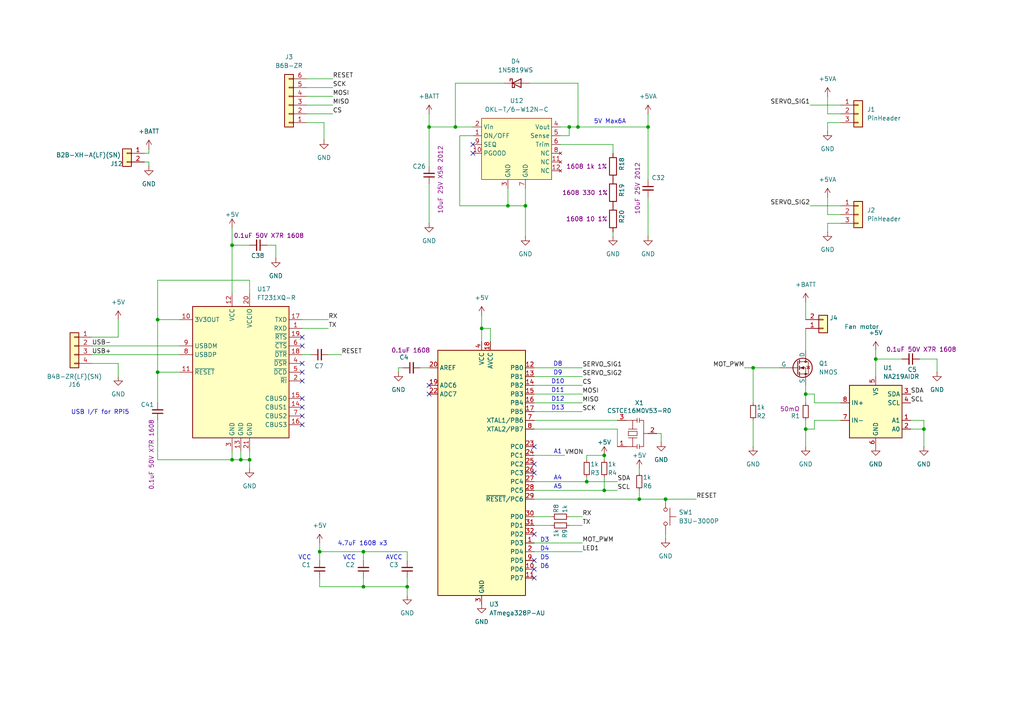
<source format=kicad_sch>
(kicad_sch (version 20250114) (generator "eeschema") (generator_version "9.0")
  (paper "A4")
  (lib_symbols
    (symbol "Ceralock:CSTCE"
      (property "Reference" "X" (at 0 -8.636 0))
      (symbol "CSTCE_0_1"
        (polyline (pts (xy -4.445 0.635) (xy -3.175 0.635)))
        (polyline (pts (xy -3.81 3.81) (xy -3.81 1.905) (xy -1.27 1.905)))
        (polyline (pts (xy -3.81 1.905) (xy -3.81 0.635)))
        (polyline (pts (xy -3.81 0) (xy -3.81 -1.27) (xy 3.81 -1.27) (xy 3.81 0)))
        (polyline (pts (xy -3.175 0) (xy -4.445 0)))
        (rectangle (start -1.27 3.175) (end -1.27 0.635))
        (rectangle (start -0.635 3.175) (end 0.635 0.635))
        (polyline (pts (xy 0 -2.54) (xy 0 -1.27)))
        (polyline (pts (xy 1.27 1.905) (xy 3.81 1.905) (xy 3.81 3.81)))
        (rectangle (start 1.27 0.635) (end 1.27 3.175))
        (polyline (pts (xy 3.175 0.635) (xy 4.445 0.635)))
        (polyline (pts (xy 3.81 0.635) (xy 3.81 1.905)))
        (polyline (pts (xy 4.445 0) (xy 3.175 0)))
      )
      (symbol "CSTCE_1_1"
        (pin input line (at -3.81 6.35 270) (length 2.54) (name "") (number "1"))
        (pin power_in line (at 0 -5.08 90) (length 2.54) (name "") (number "2"))
        (pin output line (at 3.81 6.35 270) (length 2.54) (name "") (number "3"))
      )
    )
    (symbol "Connector_Generic:Conn_01x02" (pin_names (offset 1.016) (hide yes))
      (property "Reference" "J" (at 0 2.54 0))
      (property "Value" "Conn_01x02" (at 0 -5.08 0))
      (symbol "Conn_01x02_1_1"
        (rectangle (start -1.27 1.27) (end 1.27 -3.81) (stroke (width 0.254)) (fill (type background)))
        (rectangle (start -1.27 0.127) (end 0 -0.127) (stroke (width 0.1524)))
        (rectangle (start -1.27 -2.413) (end 0 -2.667) (stroke (width 0.1524)))
        (pin passive line (at -5.08 0 0) (length 3.81) (name "Pin_1") (number "1"))
        (pin passive line (at -5.08 -2.54 0) (length 3.81) (name "Pin_2") (number "2"))
      )
    )
    (symbol "Connector_Generic:Conn_01x03" (pin_names (offset 1.016) (hide yes))
      (property "Reference" "J" (at 0 5.08 0))
      (property "Value" "Conn_01x03" (at 0 -5.08 0))
      (symbol "Conn_01x03_1_1"
        (rectangle (start -1.27 3.81) (end 1.27 -3.81) (stroke (width 0.254)) (fill (type background)))
        (rectangle (start -1.27 2.667) (end 0 2.413) (stroke (width 0.1524)))
        (rectangle (start -1.27 0.127) (end 0 -0.127) (stroke (width 0.1524)))
        (rectangle (start -1.27 -2.413) (end 0 -2.667) (stroke (width 0.1524)))
        (pin passive line (at -5.08 2.54 0) (length 3.81) (name "Pin_1") (number "1"))
        (pin passive line (at -5.08 0 0) (length 3.81) (name "Pin_2") (number "2"))
        (pin passive line (at -5.08 -2.54 0) (length 3.81) (name "Pin_3") (number "3"))
      )
    )
    (symbol "Connector_Generic:Conn_01x04" (pin_names (offset 1.016) (hide yes))
      (property "Reference" "J" (at 0 5.08 0))
      (property "Value" "Conn_01x04" (at 0 -7.62 0))
      (symbol "Conn_01x04_1_1"
        (rectangle (start -1.27 3.81) (end 1.27 -6.35) (stroke (width 0.254)) (fill (type background)))
        (rectangle (start -1.27 2.667) (end 0 2.413) (stroke (width 0.1524)))
        (rectangle (start -1.27 0.127) (end 0 -0.127) (stroke (width 0.1524)))
        (rectangle (start -1.27 -2.413) (end 0 -2.667) (stroke (width 0.1524)))
        (rectangle (start -1.27 -4.953) (end 0 -5.207) (stroke (width 0.1524)))
        (pin passive line (at -5.08 2.54 0) (length 3.81) (name "Pin_1") (number "1"))
        (pin passive line (at -5.08 0 0) (length 3.81) (name "Pin_2") (number "2"))
        (pin passive line (at -5.08 -2.54 0) (length 3.81) (name "Pin_3") (number "3"))
        (pin passive line (at -5.08 -5.08 0) (length 3.81) (name "Pin_4") (number "4"))
      )
    )
    (symbol "Connector_Generic:Conn_01x06" (pin_names (offset 1.016) (hide yes))
      (property "Reference" "J" (at 0 7.62 0))
      (property "Value" "Conn_01x06" (at 0 -10.16 0))
      (symbol "Conn_01x06_1_1"
        (rectangle (start -1.27 6.35) (end 1.27 -8.89) (stroke (width 0.254)) (fill (type background)))
        (rectangle (start -1.27 5.207) (end 0 4.953) (stroke (width 0.1524)))
        (rectangle (start -1.27 2.667) (end 0 2.413) (stroke (width 0.1524)))
        (rectangle (start -1.27 0.127) (end 0 -0.127) (stroke (width 0.1524)))
        (rectangle (start -1.27 -2.413) (end 0 -2.667) (stroke (width 0.1524)))
        (rectangle (start -1.27 -4.953) (end 0 -5.207) (stroke (width 0.1524)))
        (rectangle (start -1.27 -7.493) (end 0 -7.747) (stroke (width 0.1524)))
        (pin passive line (at -5.08 5.08 0) (length 3.81) (name "Pin_1") (number "1"))
        (pin passive line (at -5.08 2.54 0) (length 3.81) (name "Pin_2") (number "2"))
        (pin passive line (at -5.08 0 0) (length 3.81) (name "Pin_3") (number "3"))
        (pin passive line (at -5.08 -2.54 0) (length 3.81) (name "Pin_4") (number "4"))
        (pin passive line (at -5.08 -5.08 0) (length 3.81) (name "Pin_5") (number "5"))
        (pin passive line (at -5.08 -7.62 0) (length 3.81) (name "Pin_6") (number "6"))
      )
    )
    (symbol "Device:C_Small" (pin_numbers (hide yes)) (pin_names (offset 0.254) (hide yes))
      (property "Reference" "C" (at 0.254 1.778 0))
      (property "Value" "C_Small" (at 0.254 -2.032 0))
      (symbol "C_Small_0_1"
        (polyline (pts (xy -1.524 0.508) (xy 1.524 0.508)) (stroke (width 0.3048)))
        (polyline (pts (xy -1.524 -0.508) (xy 1.524 -0.508)) (stroke (width 0.3302)))
      )
      (symbol "C_Small_1_1"
        (pin passive line (at 0 2.54 270) (length 2.032) (name "~") (number "1"))
        (pin passive line (at 0 -2.54 90) (length 2.032) (name "~") (number "2"))
      )
    )
    (symbol "Device:D_Schottky" (pin_numbers (hide yes)) (pin_names (offset 1.016) (hide yes))
      (property "Reference" "D" (at 0 2.54 0))
      (property "Value" "D_Schottky" (at 0 -2.54 0))
      (symbol "D_Schottky_0_1"
        (polyline (pts (xy -1.905 0.635) (xy -1.905 1.27) (xy -1.27 1.27) (xy -1.27 -1.27) (xy -0.635 -1.27) (xy -0.635 -0.635)) (stroke (width 0.254)))
        (polyline (pts (xy 1.27 1.27) (xy 1.27 -1.27) (xy -1.27 0) (xy 1.27 1.27)) (stroke (width 0.254)))
        (polyline (pts (xy 1.27 0) (xy -1.27 0)))
      )
      (symbol "D_Schottky_1_1"
        (pin passive line (at -3.81 0 0) (length 2.54) (name "K") (number "1"))
        (pin passive line (at 3.81 0 180) (length 2.54) (name "A") (number "2"))
      )
    )
    (symbol "Device:R" (pin_numbers (hide yes)) (pin_names (offset 0))
      (property "Reference" "R" (at 2.032 0 90))
      (property "Value" "R" (at 0 0 90))
      (symbol "R_0_1"
        (rectangle (start -1.016 -2.54) (end 1.016 2.54) (stroke (width 0.254)))
      )
      (symbol "R_1_1"
        (pin passive line (at 0 3.81 270) (length 1.27) (name "~") (number "1"))
        (pin passive line (at 0 -3.81 90) (length 1.27) (name "~") (number "2"))
      )
    )
    (symbol "Device:R_Small" (pin_numbers (hide yes)) (pin_names (offset 0.254) (hide yes))
      (property "Reference" "R" (at 0.762 0.508 0))
      (property "Value" "R_Small" (at 0.762 -1.016 0))
      (symbol "R_Small_0_1"
        (rectangle (start -0.762 1.778) (end 0.762 -1.778) (stroke (width 0.2032)))
      )
      (symbol "R_Small_1_1"
        (pin passive line (at 0 2.54 270) (length 0.762) (name "~") (number "1"))
        (pin passive line (at 0 -2.54 90) (length 0.762) (name "~") (number "2"))
      )
    )
    (symbol "Interface_USB:FT231XQ"
      (property "Reference" "U" (at -13.97 20.32 0))
      (property "Value" "FT231XQ" (at 6.35 20.32 0))
      (symbol "FT231XQ_0_1"
        (rectangle (start -13.97 19.05) (end 13.97 -19.05) (stroke (width 0.254)) (fill (type background)))
      )
      (symbol "FT231XQ_1_1"
        (pin power_out line (at -17.78 15.24 0) (length 3.81) (name "3V3OUT") (number "10"))
        (pin bidirectional line (at -17.78 7.62 0) (length 3.81) (name "USBDM") (number "9"))
        (pin bidirectional line (at -17.78 5.08 0) (length 3.81) (name "USBDP") (number "8"))
        (pin input line (at -17.78 0 0) (length 3.81) (name "~{RESET}") (number "11"))
        (pin power_in line (at -2.54 22.86 270) (length 3.81) (name "VCC") (number "12"))
        (pin power_in line (at -2.54 -22.86 90) (length 3.81) (name "GND") (number "3"))
        (pin power_in line (at 0 -22.86 90) (length 3.81) (name "GND") (number "13"))
        (pin power_in line (at 2.54 22.86 270) (length 3.81) (name "VCCIO") (number "20"))
        (pin power_in line (at 2.54 -22.86 90) (length 3.81) (name "GND") (number "21"))
        (pin output line (at 17.78 15.24 180) (length 3.81) (name "TXD") (number "17"))
        (pin input line (at 17.78 12.7 180) (length 3.81) (name "RXD") (number "1"))
        (pin output line (at 17.78 10.16 180) (length 3.81) (name "~{RTS}") (number "19"))
        (pin input line (at 17.78 7.62 180) (length 3.81) (name "~{CTS}") (number "6"))
        (pin output line (at 17.78 5.08 180) (length 3.81) (name "~{DTR}") (number "18"))
        (pin input line (at 17.78 2.54 180) (length 3.81) (name "~{DSR}") (number "4"))
        (pin input line (at 17.78 0 180) (length 3.81) (name "~{DCD}") (number "5"))
        (pin input line (at 17.78 -2.54 180) (length 3.81) (name "~{RI}") (number "2"))
        (pin bidirectional line (at 17.78 -7.62 180) (length 3.81) (name "CBUS0") (number "15"))
        (pin bidirectional line (at 17.78 -10.16 180) (length 3.81) (name "CBUS1") (number "14"))
        (pin bidirectional line (at 17.78 -12.7 180) (length 3.81) (name "CBUS2") (number "7"))
        (pin bidirectional line (at 17.78 -15.24 180) (length 3.81) (name "CBUS3") (number "16"))
      )
    )
    (symbol "MCU_Microchip_ATmega:ATmega328P-A"
      (property "Reference" "U" (at -12.7 36.83 0))
      (property "Value" "ATmega328P-A" (at 2.54 -36.83 0))
      (symbol "ATmega328P-A_0_1"
        (rectangle (start -12.7 -35.56) (end 12.7 35.56) (stroke (width 0.254)) (fill (type background)))
      )
      (symbol "ATmega328P-A_1_1"
        (pin passive line (at -15.24 30.48 0) (length 2.54) (name "AREF") (number "20"))
        (pin input line (at -15.24 25.4 0) (length 2.54) (name "ADC6") (number "19"))
        (pin input line (at -15.24 22.86 0) (length 2.54) (name "ADC7") (number "22"))
        (pin power_in line (at 0 38.1 270) (length 2.54) (name "VCC") (number "4"))
        (pin passive line (at 0 38.1 270) (length 2.54) (hide yes) (name "VCC") (number "6"))
        (pin passive line (at 0 -38.1 90) (length 2.54) (hide yes) (name "GND") (number "21"))
        (pin power_in line (at 0 -38.1 90) (length 2.54) (name "GND") (number "3"))
        (pin passive line (at 0 -38.1 90) (length 2.54) (hide yes) (name "GND") (number "5"))
        (pin power_in line (at 2.54 38.1 270) (length 2.54) (name "AVCC") (number "18"))
        (pin bidirectional line (at 15.24 30.48 180) (length 2.54) (name "PB0") (number "12"))
        (pin bidirectional line (at 15.24 27.94 180) (length 2.54) (name "PB1") (number "13"))
        (pin bidirectional line (at 15.24 25.4 180) (length 2.54) (name "PB2") (number "14"))
        (pin bidirectional line (at 15.24 22.86 180) (length 2.54) (name "PB3") (number "15"))
        (pin bidirectional line (at 15.24 20.32 180) (length 2.54) (name "PB4") (number "16"))
        (pin bidirectional line (at 15.24 17.78 180) (length 2.54) (name "PB5") (number "17"))
        (pin bidirectional line (at 15.24 15.24 180) (length 2.54) (name "XTAL1/PB6") (number "7"))
        (pin bidirectional line (at 15.24 12.7 180) (length 2.54) (name "XTAL2/PB7") (number "8"))
        (pin bidirectional line (at 15.24 7.62 180) (length 2.54) (name "PC0") (number "23"))
        (pin bidirectional line (at 15.24 5.08 180) (length 2.54) (name "PC1") (number "24"))
        (pin bidirectional line (at 15.24 2.54 180) (length 2.54) (name "PC2") (number "25"))
        (pin bidirectional line (at 15.24 0 180) (length 2.54) (name "PC3") (number "26"))
        (pin bidirectional line (at 15.24 -2.54 180) (length 2.54) (name "PC4") (number "27"))
        (pin bidirectional line (at 15.24 -5.08 180) (length 2.54) (name "PC5") (number "28"))
        (pin bidirectional line (at 15.24 -7.62 180) (length 2.54) (name "~{RESET}/PC6") (number "29"))
        (pin bidirectional line (at 15.24 -12.7 180) (length 2.54) (name "PD0") (number "30"))
        (pin bidirectional line (at 15.24 -15.24 180) (length 2.54) (name "PD1") (number "31"))
        (pin bidirectional line (at 15.24 -17.78 180) (length 2.54) (name "PD2") (number "32"))
        (pin bidirectional line (at 15.24 -20.32 180) (length 2.54) (name "PD3") (number "1"))
        (pin bidirectional line (at 15.24 -22.86 180) (length 2.54) (name "PD4") (number "2"))
        (pin bidirectional line (at 15.24 -25.4 180) (length 2.54) (name "PD5") (number "9"))
        (pin bidirectional line (at 15.24 -27.94 180) (length 2.54) (name "PD6") (number "10"))
        (pin bidirectional line (at 15.24 -30.48 180) (length 2.54) (name "PD7") (number "11"))
      )
    )
    (symbol "Sensor_Energy:INA219AxD"
      (property "Reference" "U" (at -6.35 8.89 0))
      (property "Value" "INA219AxD" (at 5.08 8.89 0))
      (symbol "INA219AxD_0_1"
        (rectangle (start -7.62 7.62) (end 7.62 -7.62) (stroke (width 0.254)) (fill (type background)))
      )
      (symbol "INA219AxD_1_1"
        (pin input line (at -10.16 2.54 0) (length 2.54) (name "IN+") (number "8"))
        (pin input line (at -10.16 -2.54 0) (length 2.54) (name "IN-") (number "7"))
        (pin power_in line (at 0 10.16 270) (length 2.54) (name "VS") (number "5"))
        (pin power_in line (at 0 -10.16 90) (length 2.54) (name "GND") (number "6"))
        (pin bidirectional line (at 10.16 5.08 180) (length 2.54) (name "SDA") (number "3"))
        (pin input line (at 10.16 2.54 180) (length 2.54) (name "SCL") (number "4"))
        (pin input line (at 10.16 -2.54 180) (length 2.54) (name "A1") (number "1"))
        (pin input line (at 10.16 -5.08 180) (length 2.54) (name "A0") (number "2"))
      )
    )
    (symbol "Simulation_SPICE:NMOS" (pin_numbers (hide yes)) (pin_names (offset 0))
      (property "Reference" "Q" (at 5.08 1.27 0))
      (property "Value" "NMOS" (at 5.08 -1.27 0))
      (symbol "NMOS_0_1"
        (polyline (pts (xy 0.254 1.905) (xy 0.254 -1.905)) (stroke (width 0.254)))
        (polyline (pts (xy 0.254 0) (xy -2.54 0)))
        (polyline (pts (xy 0.762 2.286) (xy 0.762 1.27)) (stroke (width 0.254)))
        (polyline (pts (xy 0.762 0.508) (xy 0.762 -0.508)) (stroke (width 0.254)))
        (polyline (pts (xy 0.762 -1.27) (xy 0.762 -2.286)) (stroke (width 0.254)))
        (polyline (pts (xy 0.762 -1.778) (xy 3.302 -1.778) (xy 3.302 1.778) (xy 0.762 1.778)))
        (polyline (pts (xy 1.016 0) (xy 2.032 0.381) (xy 2.032 -0.381) (xy 1.016 0)) (fill (type outline)))
        (circle (center 1.651 0) (radius 2.794) (stroke (width 0.254)))
        (polyline (pts (xy 2.54 2.54) (xy 2.54 1.778)))
        (circle (center 2.54 1.778) (radius 0.254) (fill (type outline)))
        (circle (center 2.54 -1.778) (radius 0.254) (fill (type outline)))
        (polyline (pts (xy 2.54 -2.54) (xy 2.54 0) (xy 0.762 0)))
        (polyline (pts (xy 2.794 0.508) (xy 2.921 0.381) (xy 3.683 0.381) (xy 3.81 0.254)))
        (polyline (pts (xy 3.302 0.381) (xy 2.921 -0.254) (xy 3.683 -0.254) (xy 3.302 0.381)))
      )
      (symbol "NMOS_1_1"
        (pin input line (at -5.08 0 0) (length 2.54) (name "G") (number "2"))
        (pin passive line (at 2.54 5.08 270) (length 2.54) (name "D") (number "1"))
        (pin passive line (at 2.54 -5.08 90) (length 2.54) (name "S") (number "3"))
      )
    )
    (symbol "Switch:SW_Push" (pin_numbers (hide yes)) (pin_names (offset 1.016) (hide yes))
      (property "Reference" "SW" (at 1.27 2.54 0))
      (property "Value" "SW_Push" (at 0 -1.524 0))
      (symbol "SW_Push_0_1"
        (circle (center -2.032 0) (radius 0.508))
        (polyline (pts (xy 0 1.27) (xy 0 3.048)))
        (circle (center 2.032 0) (radius 0.508))
        (polyline (pts (xy 2.54 1.27) (xy -2.54 1.27)))
        (pin passive line (at -5.08 0 0) (length 2.54) (name "1") (number "1"))
        (pin passive line (at 5.08 0 180) (length 2.54) (name "2") (number "2"))
      )
    )
    (symbol "micromouse-twilight:OKL-T/6-W12N-C"
      (property "Reference" "U" (at 0 0 0))
      (symbol "OKL-T/6-W12N-C_1_1"
        (rectangle (start -10.16 5.08) (end 10.16 -12.7) (fill (type background)))
        (pin power_in line (at -12.7 2.54 0) (length 2.54) (name "Vin") (number "2"))
        (pin input line (at -12.7 0 0) (length 2.54) (name "ON/OFF") (number "1"))
        (pin input line (at -12.7 -2.54 0) (length 2.54) (name "SEQ") (number "9"))
        (pin output line (at -12.7 -5.08 0) (length 2.54) (name "PGOOD") (number "10"))
        (pin power_in line (at -2.54 -15.24 90) (length 2.54) (name "GND") (number "3"))
        (pin power_in line (at 2.54 -15.24 90) (length 2.54) (name "GND") (number "7"))
        (pin power_out line (at 12.7 2.54 180) (length 2.54) (name "Vout") (number "4"))
        (pin input line (at 12.7 0 180) (length 2.54) (name "Sense") (number "5"))
        (pin output line (at 12.7 -2.54 180) (length 2.54) (name "Trim") (number "6"))
        (pin no_connect line (at 12.7 -5.08 180) (length 2.54) (name "NC") (number "8"))
        (pin no_connect line (at 12.7 -7.62 180) (length 2.54) (name "NC") (number "11"))
        (pin no_connect line (at 12.7 -10.16 180) (length 2.54) (name "NC") (number "12"))
      )
    )
    (symbol "power:+5V" (power) (pin_numbers (hide yes)) (pin_names (offset 0) (hide yes))
      (property "Value" "+5V" (at 0 3.556 0))
      (symbol "+5V_0_1"
        (polyline (pts (xy -0.762 1.27) (xy 0 2.54)))
        (polyline (pts (xy 0 2.54) (xy 0.762 1.27)))
        (polyline (pts (xy 0 0) (xy 0 2.54)))
      )
      (symbol "+5V_1_1"
        (pin power_in line (at 0 0 90) (length 0) (name "~") (number "1"))
      )
    )
    (symbol "power:+5VA" (power) (pin_numbers (hide yes)) (pin_names (offset 0) (hide yes))
      (property "Value" "+5VA" (at 0 3.556 0))
      (symbol "+5VA_0_1"
        (polyline (pts (xy -0.762 1.27) (xy 0 2.54)))
        (polyline (pts (xy 0 2.54) (xy 0.762 1.27)))
        (polyline (pts (xy 0 0) (xy 0 2.54)))
      )
      (symbol "+5VA_1_1"
        (pin power_in line (at 0 0 90) (length 0) (name "~") (number "1"))
      )
    )
    (symbol "power:+BATT" (power) (pin_numbers (hide yes)) (pin_names (offset 0) (hide yes))
      (property "Value" "+BATT" (at 0 3.556 0))
      (symbol "+BATT_0_1"
        (polyline (pts (xy -0.762 1.27) (xy 0 2.54)))
        (polyline (pts (xy 0 2.54) (xy 0.762 1.27)))
        (polyline (pts (xy 0 0) (xy 0 2.54)))
      )
      (symbol "+BATT_1_1"
        (pin power_in line (at 0 0 90) (length 0) (name "~") (number "1"))
      )
    )
    (symbol "power:GND" (power) (pin_numbers (hide yes)) (pin_names (offset 0) (hide yes))
      (property "Value" "GND" (at 0 -3.81 0))
      (symbol "GND_0_1"
        (polyline (pts (xy 0 0) (xy 0 -1.27) (xy 1.27 -1.27) (xy 0 -2.54) (xy -1.27 -1.27) (xy 0 -1.27)))
      )
      (symbol "GND_1_1"
        (pin power_in line (at 0 0 270) (length 0) (name "~") (number "1"))
      )
    )
  )
  (text "AVCC" (at 114.3 161.798 0) (effects (font (size 1.27 1.27))))
  (text "D10" (at 161.798 110.744 0) (effects (font (size 1.27 1.27))))
  (text "VCC" (at 101.346 161.798 0) (effects (font (size 1.27 1.27))))
  (text "D8\n" (at 161.798 105.664 0) (effects (font (size 1.27 1.27))))
  (text "4.7uF 1608 x3" (at 105.156 157.734 0) (effects (font (size 1.27 1.27))))
  (text "5V Max6A" (at 172.212 36.068 0) (effects (font (size 1.27 1.27)) (justify left bottom)))
  (text "USB I/F for RPi5\n" (at 20.574 120.396 0) (effects (font (size 1.27 1.27)) (justify left bottom)))
  (text "D6" (at 157.988 164.338 0) (effects (font (size 1.27 1.27))))
  (text "A4" (at 161.798 138.684 0) (effects (font (size 1.27 1.27))))
  (text "D13" (at 161.798 118.364 0) (effects (font (size 1.27 1.27))))
  (text "D4" (at 157.988 159.258 0) (effects (font (size 1.27 1.27))))
  (text "D9" (at 161.798 108.204 0) (effects (font (size 1.27 1.27))))
  (text "D3" (at 157.988 156.718 0) (effects (font (size 1.27 1.27))))
  (text "D12" (at 161.798 115.824 0) (effects (font (size 1.27 1.27))))
  (text "VCC" (at 88.392 161.798 0) (effects (font (size 1.27 1.27))))
  (text "D5" (at 157.988 161.798 0) (effects (font (size 1.27 1.27))))
  (text "A5" (at 161.798 141.224 0) (effects (font (size 1.27 1.27))))
  (text "D11" (at 161.798 113.284 0) (effects (font (size 1.27 1.27))))
  (text "A1" (at 161.798 131.064 0) (effects (font (size 1.27 1.27))))
  (junction (at 187.96 36.83))
  (junction (at 45.72 107.95))
  (junction (at 233.68 114.3))
  (junction (at 105.41 160.02))
  (junction (at 124.46 36.83))
  (junction (at 67.31 71.12))
  (junction (at 152.4 59.69))
  (junction (at 165.1 36.83))
  (junction (at 218.44 106.68))
  (junction (at 175.26 142.24))
  (junction (at 105.41 170.18))
  (junction (at 132.08 36.83))
  (junction (at 167.64 36.83))
  (junction (at 69.85 133.35))
  (junction (at 92.71 160.02))
  (junction (at 118.11 170.18))
  (junction (at 72.39 133.35))
  (junction (at 267.97 124.46))
  (junction (at 175.26 132.08))
  (junction (at 185.42 144.78))
  (junction (at 139.7 95.25))
  (junction (at 147.32 59.69))
  (junction (at 170.18 139.7))
  (junction (at 67.31 133.35))
  (junction (at 254 104.14))
  (junction (at 193.04 144.78))
  (junction (at 233.68 124.46))
  (junction (at 45.72 92.71))
  (no_connect (at 154.94 165.1))
  (no_connect (at 137.16 44.45))
  (no_connect (at 87.63 110.49))
  (no_connect (at 87.63 123.19))
  (no_connect (at 154.94 167.64))
  (no_connect (at 154.94 162.56))
  (no_connect (at 154.94 154.94))
  (no_connect (at 87.63 97.79))
  (no_connect (at 87.63 118.11))
  (no_connect (at 87.63 105.41))
  (no_connect (at 154.94 129.54))
  (no_connect (at 87.63 100.33))
  (no_connect (at 124.46 114.3))
  (no_connect (at 87.63 107.95))
  (no_connect (at 154.94 137.16))
  (no_connect (at 87.63 115.57))
  (no_connect (at 137.16 41.91))
  (no_connect (at 154.94 134.62))
  (no_connect (at 87.63 120.65))
  (no_connect (at 124.46 111.76))
  (wire (pts (xy 26.67 102.87) (xy 52.07 102.87)))
  (wire (pts (xy 34.29 97.79) (xy 26.67 97.79)))
  (wire (pts (xy 233.68 111.76) (xy 233.68 114.3)))
  (wire (pts (xy 152.4 54.61) (xy 152.4 59.69)))
  (wire (pts (xy 72.39 133.35) (xy 69.85 133.35)))
  (wire (pts (xy 267.97 124.46) (xy 267.97 129.54)))
  (wire (pts (xy 34.29 109.22) (xy 34.29 105.41)))
  (wire (pts (xy 72.39 85.09) (xy 72.39 81.28)))
  (wire (pts (xy 124.46 33.02) (xy 124.46 36.83)))
  (wire (pts (xy 105.41 167.64) (xy 105.41 170.18)))
  (wire (pts (xy 92.71 170.18) (xy 105.41 170.18)))
  (wire (pts (xy 133.35 59.69) (xy 147.32 59.69)))
  (wire (pts (xy 147.32 59.69) (xy 147.32 54.61)))
  (wire (pts (xy 93.98 35.56) (xy 88.9 35.56)))
  (wire (pts (xy 165.1 39.37) (xy 165.1 36.83)))
  (wire (pts (xy 236.22 124.46) (xy 236.22 121.92)))
  (wire (pts (xy 34.29 92.71) (xy 34.29 97.79)))
  (wire (pts (xy 67.31 71.12) (xy 72.39 71.12)))
  (wire (pts (xy 170.18 133.35) (xy 170.18 132.08)))
  (wire (pts (xy 233.68 114.3) (xy 233.68 116.84)))
  (wire (pts (xy 105.41 160.02) (xy 105.41 162.56)))
  (wire (pts (xy 52.07 107.95) (xy 45.72 107.95)))
  (wire (pts (xy 45.72 92.71) (xy 45.72 107.95)))
  (wire (pts (xy 154.94 144.78) (xy 185.42 144.78)))
  (wire (pts (xy 165.1 36.83) (xy 167.64 36.83)))
  (wire (pts (xy 99.06 102.87) (xy 95.25 102.87)))
  (wire (pts (xy 185.42 144.78) (xy 193.04 144.78)))
  (wire (pts (xy 234.95 30.48) (xy 243.84 30.48)))
  (wire (pts (xy 92.71 160.02) (xy 105.41 160.02)))
  (wire (pts (xy 132.08 36.83) (xy 132.08 24.13)))
  (wire (pts (xy 264.16 121.92) (xy 267.97 121.92)))
  (wire (pts (xy 154.94 119.38) (xy 168.91 119.38)))
  (wire (pts (xy 72.39 130.81) (xy 72.39 133.35)))
  (wire (pts (xy 170.18 132.08) (xy 175.26 132.08)))
  (wire (pts (xy 170.18 138.43) (xy 170.18 139.7)))
  (wire (pts (xy 67.31 133.35) (xy 45.72 133.35)))
  (wire (pts (xy 142.24 95.25) (xy 142.24 99.06)))
  (wire (pts (xy 139.7 95.25) (xy 139.7 99.06)))
  (wire (pts (xy 154.94 152.4) (xy 160.02 152.4)))
  (wire (pts (xy 139.7 91.44) (xy 139.7 95.25)))
  (wire (pts (xy 165.1 152.4) (xy 168.91 152.4)))
  (wire (pts (xy 264.16 124.46) (xy 267.97 124.46)))
  (wire (pts (xy 254 104.14) (xy 254 109.22)))
  (wire (pts (xy 137.16 39.37) (xy 133.35 39.37)))
  (wire (pts (xy 165.1 36.83) (xy 162.56 36.83)))
  (wire (pts (xy 162.56 39.37) (xy 165.1 39.37)))
  (wire (pts (xy 118.11 170.18) (xy 118.11 172.72)))
  (wire (pts (xy 88.9 25.4) (xy 96.52 25.4)))
  (wire (pts (xy 115.57 106.68) (xy 116.84 106.68)))
  (wire (pts (xy 67.31 130.81) (xy 67.31 133.35)))
  (wire (pts (xy 45.72 92.71) (xy 52.07 92.71)))
  (wire (pts (xy 240.03 57.15) (xy 240.03 62.23)))
  (wire (pts (xy 132.08 36.83) (xy 137.16 36.83)))
  (wire (pts (xy 170.18 139.7) (xy 179.07 139.7)))
  (wire (pts (xy 45.72 121.92) (xy 45.72 133.35)))
  (wire (pts (xy 132.08 24.13) (xy 146.05 24.13)))
  (wire (pts (xy 154.94 139.7) (xy 170.18 139.7)))
  (wire (pts (xy 133.35 39.37) (xy 133.35 59.69)))
  (wire (pts (xy 218.44 106.68) (xy 226.06 106.68)))
  (wire (pts (xy 187.96 36.83) (xy 187.96 52.07)))
  (wire (pts (xy 67.31 71.12) (xy 67.31 85.09)))
  (wire (pts (xy 254 104.14) (xy 261.62 104.14)))
  (wire (pts (xy 115.57 107.95) (xy 115.57 106.68)))
  (wire (pts (xy 152.4 59.69) (xy 152.4 68.58)))
  (wire (pts (xy 34.29 105.41) (xy 26.67 105.41)))
  (wire (pts (xy 132.08 36.83) (xy 124.46 36.83)))
  (wire (pts (xy 43.18 43.18) (xy 43.18 44.45)))
  (wire (pts (xy 177.8 41.91) (xy 162.56 41.91)))
  (wire (pts (xy 218.44 116.84) (xy 218.44 106.68)))
  (wire (pts (xy 69.85 130.81) (xy 69.85 133.35)))
  (wire (pts (xy 233.68 124.46) (xy 233.68 121.92)))
  (wire (pts (xy 154.94 149.86) (xy 160.02 149.86)))
  (wire (pts (xy 233.68 124.46) (xy 236.22 124.46)))
  (wire (pts (xy 92.71 167.64) (xy 92.71 170.18)))
  (wire (pts (xy 175.26 138.43) (xy 175.26 142.24)))
  (wire (pts (xy 93.98 40.64) (xy 93.98 35.56)))
  (wire (pts (xy 179.07 121.92) (xy 154.94 121.92)))
  (wire (pts (xy 154.94 106.68) (xy 168.91 106.68)))
  (wire (pts (xy 175.26 132.08) (xy 175.26 133.35)))
  (wire (pts (xy 92.71 160.02) (xy 92.71 162.56)))
  (wire (pts (xy 240.03 38.1) (xy 240.03 35.56)))
  (wire (pts (xy 236.22 116.84) (xy 243.84 116.84)))
  (wire (pts (xy 215.9 106.68) (xy 218.44 106.68)))
  (wire (pts (xy 105.41 160.02) (xy 118.11 160.02)))
  (wire (pts (xy 233.68 124.46) (xy 233.68 129.54)))
  (wire (pts (xy 187.96 57.15) (xy 187.96 68.58)))
  (wire (pts (xy 177.8 67.31) (xy 177.8 68.58)))
  (wire (pts (xy 191.77 125.73) (xy 191.77 128.27)))
  (wire (pts (xy 43.18 48.26) (xy 43.18 46.99)))
  (wire (pts (xy 26.67 100.33) (xy 52.07 100.33)))
  (wire (pts (xy 88.9 33.02) (xy 96.52 33.02)))
  (wire (pts (xy 154.94 109.22) (xy 168.91 109.22)))
  (wire (pts (xy 190.5 125.73) (xy 191.77 125.73)))
  (wire (pts (xy 154.94 160.02) (xy 168.91 160.02)))
  (wire (pts (xy 179.07 124.46) (xy 179.07 129.54)))
  (wire (pts (xy 240.03 27.94) (xy 240.03 33.02)))
  (wire (pts (xy 240.03 67.31) (xy 240.03 64.77)))
  (wire (pts (xy 154.94 142.24) (xy 175.26 142.24)))
  (wire (pts (xy 92.71 157.48) (xy 92.71 160.02)))
  (wire (pts (xy 69.85 133.35) (xy 67.31 133.35)))
  (wire (pts (xy 88.9 30.48) (xy 96.52 30.48)))
  (wire (pts (xy 72.39 133.35) (xy 72.39 135.89)))
  (wire (pts (xy 77.47 71.12) (xy 80.01 71.12)))
  (wire (pts (xy 154.94 132.08) (xy 163.83 132.08)))
  (wire (pts (xy 88.9 27.94) (xy 96.52 27.94)))
  (wire (pts (xy 185.42 135.89) (xy 185.42 137.16)))
  (wire (pts (xy 233.68 95.25) (xy 233.68 101.6)))
  (wire (pts (xy 124.46 53.34) (xy 124.46 64.77)))
  (wire (pts (xy 88.9 22.86) (xy 96.52 22.86)))
  (wire (pts (xy 72.39 81.28) (xy 45.72 81.28)))
  (wire (pts (xy 233.68 114.3) (xy 236.22 114.3)))
  (wire (pts (xy 153.67 24.13) (xy 167.64 24.13)))
  (wire (pts (xy 154.94 111.76) (xy 168.91 111.76)))
  (wire (pts (xy 87.63 92.71) (xy 95.25 92.71)))
  (wire (pts (xy 154.94 116.84) (xy 168.91 116.84)))
  (wire (pts (xy 236.22 121.92) (xy 243.84 121.92)))
  (wire (pts (xy 175.26 142.24) (xy 179.07 142.24)))
  (wire (pts (xy 154.94 114.3) (xy 168.91 114.3)))
  (wire (pts (xy 218.44 121.92) (xy 218.44 129.54)))
  (wire (pts (xy 67.31 66.04) (xy 67.31 71.12)))
  (wire (pts (xy 240.03 64.77) (xy 243.84 64.77)))
  (wire (pts (xy 43.18 44.45) (xy 41.91 44.45)))
  (wire (pts (xy 154.94 157.48) (xy 168.91 157.48)))
  (wire (pts (xy 254 101.6) (xy 254 104.14)))
  (wire (pts (xy 167.64 36.83) (xy 187.96 36.83)))
  (wire (pts (xy 124.46 36.83) (xy 124.46 48.26)))
  (wire (pts (xy 121.92 106.68) (xy 124.46 106.68)))
  (wire (pts (xy 177.8 44.45) (xy 177.8 41.91)))
  (wire (pts (xy 43.18 46.99) (xy 41.91 46.99)))
  (wire (pts (xy 271.78 107.95) (xy 271.78 104.14)))
  (wire (pts (xy 105.41 170.18) (xy 118.11 170.18)))
  (wire (pts (xy 233.68 87.63) (xy 233.68 92.71)))
  (wire (pts (xy 185.42 142.24) (xy 185.42 144.78)))
  (wire (pts (xy 80.01 71.12) (xy 80.01 74.93)))
  (wire (pts (xy 193.04 144.78) (xy 201.93 144.78)))
  (wire (pts (xy 147.32 59.69) (xy 152.4 59.69)))
  (wire (pts (xy 118.11 160.02) (xy 118.11 162.56)))
  (wire (pts (xy 271.78 104.14) (xy 266.7 104.14)))
  (wire (pts (xy 193.04 154.94) (xy 193.04 156.21)))
  (wire (pts (xy 87.63 95.25) (xy 95.25 95.25)))
  (wire (pts (xy 240.03 35.56) (xy 243.84 35.56)))
  (wire (pts (xy 45.72 81.28) (xy 45.72 92.71)))
  (wire (pts (xy 165.1 149.86) (xy 168.91 149.86)))
  (wire (pts (xy 87.63 102.87) (xy 90.17 102.87)))
  (wire (pts (xy 267.97 121.92) (xy 267.97 124.46)))
  (wire (pts (xy 234.95 59.69) (xy 243.84 59.69)))
  (wire (pts (xy 118.11 170.18) (xy 118.11 167.64)))
  (wire (pts (xy 45.72 107.95) (xy 45.72 116.84)))
  (wire (pts (xy 154.94 124.46) (xy 179.07 124.46)))
  (wire (pts (xy 240.03 33.02) (xy 243.84 33.02)))
  (wire (pts (xy 139.7 95.25) (xy 142.24 95.25)))
  (wire (pts (xy 167.64 36.83) (xy 167.64 24.13)))
  (wire (pts (xy 240.03 62.23) (xy 243.84 62.23)))
  (wire (pts (xy 236.22 114.3) (xy 236.22 116.84)))
  (wire (pts (xy 187.96 33.02) (xy 187.96 36.83)))
  (label "MOSI" (at 168.91 114.3 0))
  (label "MOT_PWM" (at 168.91 157.48 0))
  (label "USB+" (at 26.67 102.87 0))
  (label "MOT_PWM" (at 215.9 106.68 180))
  (label "SCK" (at 168.91 119.38 0))
  (label "TX" (at 168.91 152.4 0))
  (label "RESET" (at 99.06 102.87 0))
  (label "SDA" (at 264.16 114.3 0))
  (label "MISO" (at 96.52 30.48 0))
  (label "RESET" (at 201.93 144.78 0))
  (label "SCK" (at 96.52 25.4 0))
  (label "RESET" (at 96.52 22.86 0))
  (label "CS" (at 168.91 111.76 0))
  (label "USB-" (at 26.67 100.33 0))
  (label "SERVO_SIG1" (at 168.91 106.68 0))
  (label "RX" (at 95.25 92.71 0))
  (label "SERVO_SIG2" (at 234.95 59.69 180))
  (label "VMON" (at 163.83 132.08 0))
  (label "SERVO_SIG2" (at 168.91 109.22 0))
  (label "TX" (at 95.25 95.25 0))
  (label "CS" (at 96.52 33.02 0))
  (label "SERVO_SIG1" (at 234.95 30.48 180))
  (label "SCL" (at 264.16 116.84 0))
  (label "SCL" (at 179.07 142.24 0))
  (label "LED1" (at 168.91 160.02 0))
  (label "MISO" (at 168.91 116.84 0))
  (label "SDA" (at 179.07 139.7 0))
  (label "MOSI" (at 96.52 27.94 0))
  (label "RX" (at 168.91 149.86 0))
  (symbol (lib_id "Device:C_Small") (at 124.46 50.8 180) (unit 1)
    (property "Reference" "C26" (at 119.634 48.26 0) (effects (justify right)))
    (property "Value" "CL21A106KAYNNNE" (effects (hide yes)))
    (property "Footprint" "Capacitor_SMD:C_0805_2012Metric" (effects (hide yes)))
    (property "Description" "10uF 25V X5R 2012" (at 127.762 52.07 90))
  )
  (symbol (lib_id "power:GND") (at 118.11 172.72 0) (unit 1)
    (property "Reference" "#PWR010" (effects (hide yes)))
    (property "Value" "GND" (at 118.11 177.8 0))
    (property "Description" "Power symbol creates a global label with name \"GND\" , ground" (effects (hide yes)))
  )
  (symbol (lib_id "Connector_Generic:Conn_01x02") (at 36.83 44.45 0) (mirror y) (unit 1)
    (property "Reference" "J12" (at 33.782 47.498 0))
    (property "Value" "B2B-XH-A(LF)(SN)" (at 25.654 44.958 0))
    (property "Footprint" "Connector_JST:JST_XH_B2B-XH-AM_1x02_P2.50mm_Vertical" (effects (hide yes)))
    (property "Description" "Generic connector, single row, 01x02, script generated (kicad-library-utils/schlib/autogen/connector/)" (effects (hide yes)))
  )
  (symbol (lib_id "Device:D_Schottky") (at 149.86 24.13 0) (unit 1)
    (property "Reference" "D4" (at 149.5425 17.78 0))
    (property "Value" "1N5819WS" (at 149.5425 20.32 0))
    (property "Footprint" "Diode_SMD:D_SOD-323" (effects (hide yes)))
    (property "Description" "Schottky diode" (effects (hide yes)))
  )
  (symbol (lib_id "power:+5VA") (at 240.03 27.94 0) (unit 1)
    (property "Reference" "#PWR02" (effects (hide yes)))
    (property "Value" "+5VA" (at 240.03 22.86 0))
    (property "Description" "Power symbol creates a global label with name \"+5VA\"" (effects (hide yes)))
  )
  (symbol (lib_id "power:GND") (at 152.4 68.58 0) (unit 1)
    (property "Reference" "#PWR081" (effects (hide yes)))
    (property "Value" "GND" (at 152.4 73.66 0))
    (property "Description" "Power symbol creates a global label with name \"GND\" , ground" (effects (hide yes)))
  )
  (symbol (lib_id "Connector_Generic:Conn_01x03") (at 248.92 33.02 0) (unit 1)
    (property "Reference" "J1" (at 251.46 31.7499 0) (effects (justify left)))
    (property "Value" "PinHeader" (at 251.46 34.2899 0) (effects (justify left)))
    (property "Footprint" "Connector_PinHeader_2.54mm:PinHeader_1x03_P2.54mm_Vertical" (effects (hide yes)))
    (property "Description" "Generic connector, single row, 01x03, script generated (kicad-library-utils/schlib/autogen/connector/)" (effects (hide yes)))
  )
  (symbol (lib_id "power:GND") (at 233.68 129.54 0) (unit 1)
    (property "Reference" "#PWR07" (effects (hide yes)))
    (property "Value" "GND" (at 233.68 134.62 0))
    (property "Description" "Power symbol creates a global label with name \"GND\" , ground" (effects (hide yes)))
  )
  (symbol (lib_id "MCU_Microchip_ATmega:ATmega328P-A") (at 139.7 137.16 0) (unit 1)
    (property "Reference" "U3" (at 141.8941 175.26 0) (effects (justify left)))
    (property "Value" "ATmega328P-AU" (at 141.8941 177.8 0) (effects (justify left)))
    (property "Footprint" "Package_QFP:TQFP-32_7x7mm_P0.8mm" (effects (hide yes)))
    (property "Datasheet" "http://ww1.microchip.com/downloads/en/DeviceDoc/ATmega328_P%20AVR%20MCU%20with%20picoPower%20Technology%20Data%20Sheet%2040001984A.pdf" (effects (hide yes)))
    (property "Description" "20MHz, 32kB Flash, 2kB SRAM, 1kB EEPROM, TQFP-32" (effects (hide yes)))
  )
  (symbol (lib_id "power:GND") (at 177.8 68.58 0) (unit 1)
    (property "Reference" "#PWR082" (effects (hide yes)))
    (property "Value" "GND" (at 177.8 73.66 0))
    (property "Description" "Power symbol creates a global label with name \"GND\" , ground" (effects (hide yes)))
  )
  (symbol (lib_id "power:GND") (at 191.77 128.27 0) (unit 1)
    (property "Reference" "#PWR020" (effects (hide yes)))
    (property "Value" "GND" (at 191.77 133.35 0))
    (property "Description" "Power symbol creates a global label with name \"GND\" , ground" (effects (hide yes)))
  )
  (symbol (lib_id "power:+5V") (at 254 101.6 0) (unit 1)
    (property "Reference" "#PWR013" (effects (hide yes)))
    (property "Value" "+5V" (at 254 96.52 0))
    (property "Description" "Power symbol creates a global label with name \"+5V\"" (effects (hide yes)))
  )
  (symbol (lib_id "power:+5V") (at 175.26 132.08 0) (unit 1)
    (property "Reference" "#PWR017" (effects (hide yes)))
    (property "Value" "+5V" (at 175.26 128.27 0))
    (property "Description" "Power symbol creates a global label with name \"+5V\"" (effects (hide yes)))
  )
  (symbol (lib_id "Ceralock:CSTCE") (at 185.42 125.73 90) (unit 1)
    (property "Reference" "X1" (at 185.42 116.84 90))
    (property "Value" "CSTCE16M0V53-R0" (at 185.42 119.126 90))
    (property "Footprint" "Ceralock:CSTCE" (effects (hide yes)))
  )
  (symbol (lib_id "Interface_USB:FT231XQ") (at 69.85 107.95 0) (unit 1)
    (property "Reference" "U17" (at 74.5333 83.82 0) (effects (justify left)))
    (property "Value" "FT231XQ-R" (at 74.5333 86.36 0) (effects (justify left)))
    (property "Footprint" "Package_DFN_QFN:QFN-20-1EP_4x4mm_P0.5mm_EP2.5x2.5mm" (effects (hide yes)))
    (property "Datasheet" "https://www.ftdichip.com/Support/Documents/DataSheets/ICs/DS_FT231X.pdf" (effects (hide yes)))
    (property "Description" "Full Speed USB to Full Handshake UART, QFN-20" (effects (hide yes)))
  )
  (symbol (lib_id "power:GND") (at 254 129.54 0) (unit 1)
    (property "Reference" "#PWR08" (effects (hide yes)))
    (property "Value" "GND" (at 254 134.62 0))
    (property "Description" "Power symbol creates a global label with name \"GND\" , ground" (effects (hide yes)))
  )
  (symbol (lib_id "power:+5V") (at 139.7 91.44 0) (unit 1)
    (property "Reference" "#PWR016" (effects (hide yes)))
    (property "Value" "+5V" (at 139.7 86.36 0))
    (property "Description" "Power symbol creates a global label with name \"+5V\"" (effects (hide yes)))
  )
  (symbol (lib_id "Sensor_Energy:INA219AxD") (at 254 119.38 0) (unit 1)
    (property "Reference" "U1" (at 256.1433 106.68 0) (effects (justify left)))
    (property "Value" "NA219AIDR" (at 256.1433 109.22 0) (effects (justify left)))
    (property "Footprint" "Package_SO:SOIC-8_3.9x4.9mm_P1.27mm" (effects (hide yes)))
    (property "Datasheet" "http://www.ti.com/lit/ds/symlink/ina219.pdf" (effects (hide yes)))
    (property "Description" "Zero-Drift, Bidirectional Current/Power Monitor (0-26V) With I2C Interface, SOIC-8" (effects (hide yes)))
  )
  (symbol (lib_id "power:GND") (at 93.98 40.64 0) (unit 1)
    (property "Reference" "#PWR014" (effects (hide yes)))
    (property "Value" "GND" (at 93.98 45.72 0))
    (property "Description" "Power symbol creates a global label with name \"GND\" , ground" (effects (hide yes)))
  )
  (symbol (lib_id "Device:C_Small") (at 264.16 104.14 270) (unit 1)
    (property "Reference" "C5" (at 265.938 107.188 90) (effects (justify right)))
    (property "Value" "CC0603KRX7R9BB104" (effects (hide yes)))
    (property "Footprint" "Capacitor_SMD:C_0603_1608Metric" (effects (hide yes)))
    (property "Description" "0.1uF 50V X7R 1608" (at 267.208 101.346 90))
  )
  (symbol (lib_id "Simulation_SPICE:NMOS") (at 231.14 106.68 0) (unit 1)
    (property "Reference" "Q1" (at 237.49 105.4099 0) (effects (justify left)))
    (property "Value" "NMOS" (at 237.49 107.9499 0) (effects (justify left)))
    (property "Datasheet" "https://ngspice.sourceforge.io/docs/ngspice-html-manual/manual.xhtml#cha_MOSFETs" (effects (hide yes)))
    (property "Description" "N-MOSFET transistor, drain/source/gate" (effects (hide yes)))
    (property "Sim.Device" "NMOS" (effects (hide yes)))
    (property "Sim.Type" "VDMOS" (effects (hide yes)))
    (property "Sim.Pins" "1=D 2=G 3=S" (effects (hide yes)))
  )
  (symbol (lib_id "power:GND") (at 240.03 67.31 0) (unit 1)
    (property "Reference" "#PWR05" (effects (hide yes)))
    (property "Value" "GND" (at 240.03 72.39 0))
    (property "Description" "Power symbol creates a global label with name \"GND\" , ground" (effects (hide yes)))
  )
  (symbol (lib_id "Device:R_Small") (at 233.68 119.38 0) (mirror x) (unit 1)
    (property "Reference" "R1" (at 229.362 120.65 0) (effects (justify left)))
    (property "Value" "25121WF500MT4E" (effects (hide yes)))
    (property "Footprint" "Diode_SMD:D_2512_6332Metric" (effects (hide yes)))
    (property "Description" "50mΩ" (at 229.108 118.618 0))
  )
  (symbol (lib_id "power:+5VA") (at 187.96 33.02 0) (unit 1)
    (property "Reference" "#PWR01" (effects (hide yes)))
    (property "Value" "+5VA" (at 187.96 27.94 0))
    (property "Description" "Power symbol creates a global label with name \"+5VA\"" (effects (hide yes)))
  )
  (symbol (lib_id "power:+5V") (at 34.29 92.71 0) (unit 1)
    (property "Reference" "#PWR0108" (effects (hide yes)))
    (property "Value" "+5V" (at 34.29 87.63 0))
    (property "Description" "Power symbol creates a global label with name \"+5V\"" (effects (hide yes)))
  )
  (symbol (lib_id "Connector_Generic:Conn_01x02") (at 238.76 95.25 0) (mirror x) (unit 1)
    (property "Reference" "J4" (at 241.808 92.202 0))
    (property "Value" "Fan motor" (at 249.936 94.742 0))
    (property "Footprint" "Connector_PinHeader_2.54mm:PinHeader_1x02_P2.54mm_Vertical" (effects (hide yes)))
    (property "Description" "Generic connector, single row, 01x02, script generated (kicad-library-utils/schlib/autogen/connector/)" (effects (hide yes)))
  )
  (symbol (lib_id "Device:C_Small") (at 187.96 54.61 0) (unit 1)
    (property "Reference" "C32" (at 188.976 51.562 0) (effects (justify left)))
    (property "Value" "CL21A106KAYNNNE" (effects (hide yes)))
    (property "Footprint" "Capacitor_SMD:C_0805_2012Metric" (effects (hide yes)))
    (property "Description" "10uF 25V 2012" (at 184.912 54.61 90))
  )
  (symbol (lib_id "power:+5V") (at 67.31 66.04 0) (unit 1)
    (property "Reference" "#PWR099" (effects (hide yes)))
    (property "Value" "+5V" (at 67.31 62.23 0))
  )
  (symbol (lib_id "Device:C_Small") (at 119.38 106.68 90) (mirror x) (unit 1)
    (property "Reference" "C4" (at 115.824 103.632 90) (effects (justify right)))
    (property "Value" "CC0603KRX7R9BB104" (effects (hide yes)))
    (property "Footprint" "Capacitor_SMD:C_0603_1608Metric" (effects (hide yes)))
    (property "Description" "0.1uF 1608" (at 119.126 101.6 90))
  )
  (symbol (lib_id "power:GND") (at 218.44 129.54 0) (unit 1)
    (property "Reference" "#PWR09" (effects (hide yes)))
    (property "Value" "GND" (at 218.44 134.62 0))
    (property "Description" "Power symbol creates a global label with name \"GND\" , ground" (effects (hide yes)))
  )
  (symbol (lib_id "Device:R_Small") (at 162.56 149.86 90) (unit 1)
    (property "Reference" "R8" (at 161.29 148.844 0) (effects (justify left)))
    (property "Value" "1k" (at 163.83 148.844 0) (effects (justify left)))
    (property "Footprint" "Resistor_SMD:R_0603_1608Metric" (effects (hide yes)))
    (property "Description" "Resistor, small symbol" (effects (hide yes)))
  )
  (symbol (lib_id "power:GND") (at 115.57 107.95 0) (unit 1)
    (property "Reference" "#PWR018" (effects (hide yes)))
    (property "Value" "GND" (at 115.57 113.03 0))
    (property "Description" "Power symbol creates a global label with name \"GND\" , ground" (effects (hide yes)))
  )
  (symbol (lib_id "power:GND") (at 240.03 38.1 0) (unit 1)
    (property "Reference" "#PWR03" (effects (hide yes)))
    (property "Value" "GND" (at 240.03 43.18 0))
    (property "Description" "Power symbol creates a global label with name \"GND\" , ground" (effects (hide yes)))
  )
  (symbol (lib_id "Device:R_Small") (at 162.56 152.4 270) (unit 1)
    (property "Reference" "R9" (at 163.83 153.416 0) (effects (justify left)))
    (property "Value" "1k" (at 161.29 153.416 0) (effects (justify left)))
    (property "Footprint" "Resistor_SMD:R_0603_1608Metric" (effects (hide yes)))
    (property "Description" "Resistor, small symbol" (effects (hide yes)))
  )
  (symbol (lib_id "Device:C_Small") (at 105.41 165.1 0) (mirror x) (unit 1)
    (property "Reference" "C2" (at 102.87 163.8235 0) (effects (justify right)))
    (property "Value" "CL10A475KO8NNNC" (effects (hide yes)))
    (property "Footprint" "Capacitor_SMD:C_0603_1608Metric" (effects (hide yes)))
    (property "Description" "Unpolarized capacitor, small symbol" (effects (hide yes)))
  )
  (symbol (lib_id "Device:R_Small") (at 170.18 135.89 0) (mirror x) (unit 1)
    (property "Reference" "R3" (at 171.196 137.16 0) (effects (justify left)))
    (property "Value" "1k" (at 171.196 134.62 0) (effects (justify left)))
    (property "Footprint" "Resistor_SMD:R_0603_1608Metric" (effects (hide yes)))
    (property "Description" "Resistor, small symbol" (effects (hide yes)))
  )
  (symbol (lib_id "Switch:SW_Push") (at 193.04 149.86 270) (unit 1)
    (property "Reference" "SW1" (at 196.85 148.5899 90) (effects (justify left)))
    (property "Value" "B3U-3000P" (at 196.85 151.1299 90) (effects (justify left)))
    (property "Footprint" "Button_Switch_SMD:SW_SPST_B3U-3000P-B" (effects (hide yes)))
    (property "Description" "Push button switch, generic, two pins" (effects (hide yes)))
  )
  (symbol (lib_id "power:+5V") (at 185.42 135.89 0) (unit 1)
    (property "Reference" "#PWR021" (effects (hide yes)))
    (property "Value" "+5V" (at 185.42 132.08 0))
    (property "Description" "Power symbol creates a global label with name \"+5V\"" (effects (hide yes)))
  )
  (symbol (lib_id "Connector_Generic:Conn_01x03") (at 248.92 62.23 0) (unit 1)
    (property "Reference" "J2" (at 251.46 60.9599 0) (effects (justify left)))
    (property "Value" "PinHeader" (at 251.46 63.4999 0) (effects (justify left)))
    (property "Footprint" "Connector_PinHeader_2.54mm:PinHeader_1x03_P2.54mm_Vertical" (effects (hide yes)))
    (property "Description" "Generic connector, single row, 01x03, script generated (kicad-library-utils/schlib/autogen/connector/)" (effects (hide yes)))
  )
  (symbol (lib_id "Device:C_Small") (at 92.71 102.87 90) (mirror x) (unit 1)
    (property "Reference" "C7" (at 91.186 106.172 90) (effects (justify right)))
    (property "Value" "CC0603KRX7R9BB104" (effects (hide yes)))
    (property "Footprint" "Capacitor_SMD:C_0603_1608Metric" (effects (hide yes)))
    (property "Description" "Unpolarized capacitor, small symbol" (effects (hide yes)))
  )
  (symbol (lib_id "power:GND") (at 80.01 74.93 0) (unit 1)
    (property "Reference" "#PWR0100" (effects (hide yes)))
    (property "Value" "GND" (at 80.01 80.01 0))
  )
  (symbol (lib_id "Connector_Generic:Conn_01x06") (at 83.82 30.48 180) (unit 1)
    (property "Reference" "J3" (at 83.82 16.51 0))
    (property "Value" "B6B-ZR" (at 83.82 19.05 0))
    (property "Footprint" "Connector_JST:JST_ZH_B6B-ZR_1x06_P1.50mm_Vertical" (effects (hide yes)))
    (property "Description" "Generic connector, single row, 01x06, script generated (kicad-library-utils/schlib/autogen/connector/)" (effects (hide yes)))
  )
  (symbol (lib_id "power:GND") (at 139.7 175.26 0) (unit 1)
    (property "Reference" "#PWR025" (effects (hide yes)))
    (property "Value" "GND" (at 139.7 180.34 0))
    (property "Description" "Power symbol creates a global label with name \"GND\" , ground" (effects (hide yes)))
  )
  (symbol (lib_id "power:GND") (at 271.78 107.95 0) (unit 1)
    (property "Reference" "#PWR015" (effects (hide yes)))
    (property "Value" "GND" (at 271.78 113.03 0))
    (property "Description" "Power symbol creates a global label with name \"GND\" , ground" (effects (hide yes)))
  )
  (symbol (lib_id "power:GND") (at 34.29 109.22 0) (unit 1)
    (property "Reference" "#PWR0111" (effects (hide yes)))
    (property "Value" "GND" (at 34.29 114.3 0))
  )
  (symbol (lib_id "power:GND") (at 124.46 64.77 0) (unit 1)
    (property "Reference" "#PWR080" (effects (hide yes)))
    (property "Value" "GND" (at 124.46 69.85 0))
    (property "Description" "Power symbol creates a global label with name \"GND\" , ground" (effects (hide yes)))
  )
  (symbol (lib_id "power:GND") (at 72.39 135.89 0) (unit 1)
    (property "Reference" "#PWR0103" (effects (hide yes)))
    (property "Value" "GND" (at 72.39 140.97 0))
  )
  (symbol (lib_id "power:+BATT") (at 233.68 87.63 0) (unit 1)
    (property "Reference" "#PWR011" (effects (hide yes)))
    (property "Value" "+BATT" (at 233.68 82.55 0))
    (property "Description" "Power symbol creates a global label with name \"+BATT\"" (effects (hide yes)))
  )
  (symbol (lib_id "Device:C_Small") (at 45.72 119.38 0) (mirror x) (unit 1)
    (property "Reference" "C41" (at 44.704 117.348 0) (effects (justify right)))
    (property "Value" "CC0603KRX7R9BB104" (effects (hide yes)))
    (property "Footprint" "Capacitor_SMD:C_0603_1608Metric" (effects (hide yes)))
    (property "Description" "0.1uF 50V X7R 1608" (at 43.942 131.826 90))
  )
  (symbol (lib_id "power:GND") (at 267.97 129.54 0) (unit 1)
    (property "Reference" "#PWR012" (effects (hide yes)))
    (property "Value" "GND" (at 267.97 134.62 0))
    (property "Description" "Power symbol creates a global label with name \"GND\" , ground" (effects (hide yes)))
  )
  (symbol (lib_id "Device:R_Small") (at 218.44 119.38 0) (mirror x) (unit 1)
    (property "Reference" "R2" (at 219.456 120.65 0) (effects (justify left)))
    (property "Value" "1k" (at 219.456 118.11 0) (effects (justify left)))
    (property "Footprint" "Resistor_SMD:R_0603_1608Metric" (effects (hide yes)))
    (property "Description" "Resistor, small symbol" (effects (hide yes)))
  )
  (symbol (lib_id "Device:R_Small") (at 175.26 135.89 0) (mirror x) (unit 1)
    (property "Reference" "R4" (at 176.276 137.16 0) (effects (justify left)))
    (property "Value" "1k" (at 176.276 134.62 0) (effects (justify left)))
    (property "Footprint" "Resistor_SMD:R_0603_1608Metric" (effects (hide yes)))
    (property "Description" "Resistor, small symbol" (effects (hide yes)))
  )
  (symbol (lib_id "power:+5VA") (at 240.03 57.15 0) (unit 1)
    (property "Reference" "#PWR04" (effects (hide yes)))
    (property "Value" "+5VA" (at 240.03 52.07 0))
    (property "Description" "Power symbol creates a global label with name \"+5VA\"" (effects (hide yes)))
  )
  (symbol (lib_id "Device:R") (at 177.8 55.88 0) (mirror y) (unit 1)
    (property "Reference" "R19" (at 180.34 57.15 90) (effects (justify left)))
    (property "Value" "0603WAF3300T5E" (effects (hide yes)))
    (property "Footprint" "Resistor_SMD:R_0603_1608Metric" (effects (hide yes)))
    (property "Description" "1608 330 1%" (at 169.672 55.88 0))
  )
  (symbol (lib_id "power:GND") (at 43.18 48.26 0) (mirror y) (unit 1)
    (property "Reference" "#PWR087" (effects (hide yes)))
    (property "Value" "GND" (at 43.18 53.34 0))
    (property "Description" "Power symbol creates a global label with name \"GND\" , ground" (effects (hide yes)))
  )
  (symbol (lib_id "Device:C_Small") (at 118.11 165.1 0) (mirror x) (unit 1)
    (property "Reference" "C3" (at 115.57 163.8235 0) (effects (justify right)))
    (property "Value" "CL10A475KO8NNNC" (effects (hide yes)))
    (property "Footprint" "Capacitor_SMD:C_0603_1608Metric" (effects (hide yes)))
    (property "Description" "Unpolarized capacitor, small symbol" (effects (hide yes)))
  )
  (symbol (lib_id "power:GND") (at 187.96 68.58 0) (unit 1)
    (property "Reference" "#PWR083" (effects (hide yes)))
    (property "Value" "GND" (at 187.96 73.66 0))
    (property "Description" "Power symbol creates a global label with name \"GND\" , ground" (effects (hide yes)))
  )
  (symbol (lib_id "power:GND") (at 193.04 156.21 0) (unit 1)
    (property "Reference" "#PWR022" (effects (hide yes)))
    (property "Value" "GND" (at 193.04 161.29 0))
    (property "Description" "Power symbol creates a global label with name \"GND\" , ground" (effects (hide yes)))
  )
  (symbol (lib_id "Device:R") (at 177.8 63.5 0) (mirror y) (unit 1)
    (property "Reference" "R20" (at 180.34 64.77 90) (effects (justify left)))
    (property "Value" "0603WAF100JT5E" (effects (hide yes)))
    (property "Footprint" "Resistor_SMD:R_0603_1608Metric" (effects (hide yes)))
    (property "Description" "1608 10 1%" (at 170.18 63.5 0))
  )
  (symbol (lib_id "power:+BATT") (at 43.18 43.18 0) (mirror y) (unit 1)
    (property "Reference" "#PWR085" (effects (hide yes)))
    (property "Value" "+BATT" (at 43.18 38.1 0))
    (property "Description" "Power symbol creates a global label with name \"+BATT\"" (effects (hide yes)))
  )
  (symbol (lib_id "Device:C_Small") (at 74.93 71.12 270) (unit 1)
    (property "Reference" "C38" (at 76.708 74.168 90) (effects (justify right)))
    (property "Value" "CC0603KRX7R9BB104" (effects (hide yes)))
    (property "Footprint" "Capacitor_SMD:C_0603_1608Metric" (effects (hide yes)))
    (property "Description" "0.1uF 50V X7R 1608" (at 77.978 68.326 90))
  )
  (symbol (lib_id "Device:R_Small") (at 185.42 139.7 0) (mirror x) (unit 1)
    (property "Reference" "R6" (at 186.436 140.97 0) (effects (justify left)))
    (property "Value" "1k" (at 186.436 138.43 0) (effects (justify left)))
    (property "Footprint" "Resistor_SMD:R_0603_1608Metric" (effects (hide yes)))
    (property "Description" "Resistor, small symbol" (effects (hide yes)))
  )
  (symbol (lib_id "Connector_Generic:Conn_01x04") (at 21.59 100.33 0) (mirror y) (unit 1)
    (property "Reference" "J16" (at 21.59 111.506 0))
    (property "Value" "B4B-ZR(LF)(SN)" (at 21.59 109.22 0))
    (property "Footprint" "Connector_JST:JST_ZH_B4B-ZR_1x04_P1.50mm_Vertical" (effects (hide yes)))
    (property "Description" "Generic connector, single row, 01x04, script generated (kicad-library-utils/schlib/autogen/connector/)" (effects (hide yes)))
  )
  (symbol (lib_id "micromouse-twilight:OKL-T/6-W12N-C") (at 149.86 39.37 0) (unit 1)
    (property "Reference" "U12" (at 149.86 29.21 0))
    (property "Value" "OKL-T/6-W12N-C" (at 149.86 31.75 0))
    (property "Footprint" "Library:OKL-T&slash_6-W12N-C_MUR" (effects (hide yes)))
  )
  (symbol (lib_id "Device:R") (at 177.8 48.26 0) (mirror y) (unit 1)
    (property "Reference" "R18" (at 180.34 49.53 90) (effects (justify left)))
    (property "Value" "0603WAF1001T5E" (effects (hide yes)))
    (property "Footprint" "Resistor_SMD:R_0603_1608Metric" (effects (hide yes)))
    (property "Description" "1608 1k 1%" (at 170.18 48.26 0))
  )
  (symbol (lib_id "power:+BATT") (at 124.46 33.02 0) (unit 1)
    (property "Reference" "#PWR064" (effects (hide yes)))
    (property "Value" "+BATT" (at 124.46 27.94 0))
    (property "Description" "Power symbol creates a global label with name \"+BATT\"" (effects (hide yes)))
  )
  (symbol (lib_id "Device:C_Small") (at 92.71 165.1 0) (mirror x) (unit 1)
    (property "Reference" "C1" (at 90.17 163.8235 0) (effects (justify right)))
    (property "Value" "CL10A475KO8NNNC" (effects (hide yes)))
    (property "Footprint" "Capacitor_SMD:C_0603_1608Metric" (effects (hide yes)))
    (property "Description" "Unpolarized capacitor, small symbol" (effects (hide yes)))
  )
  (symbol (lib_id "power:+5V") (at 92.71 157.48 0) (unit 1)
    (property "Reference" "#PWR06" (effects (hide yes)))
    (property "Value" "+5V" (at 92.71 152.4 0))
    (property "Description" "Power symbol creates a global label with name \"+5V\"" (effects (hide yes)))
  )
)
</source>
